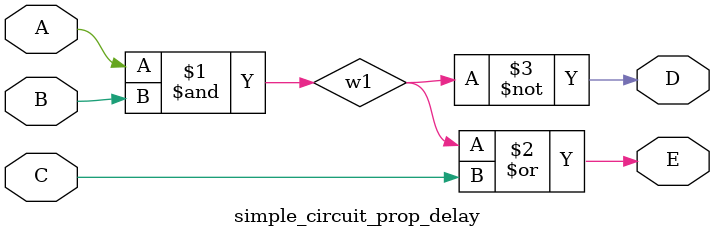
<source format=sv>
module simple_circuit_prop_delay(A,B,C,D,E);
    output D,E;
    input A,B,C;
    wire w1;

    and #30 G1(w1,A,B);
    not #10 G2(D,w1);
    or  #20 G3(E,w1,C);
endmodule
</source>
